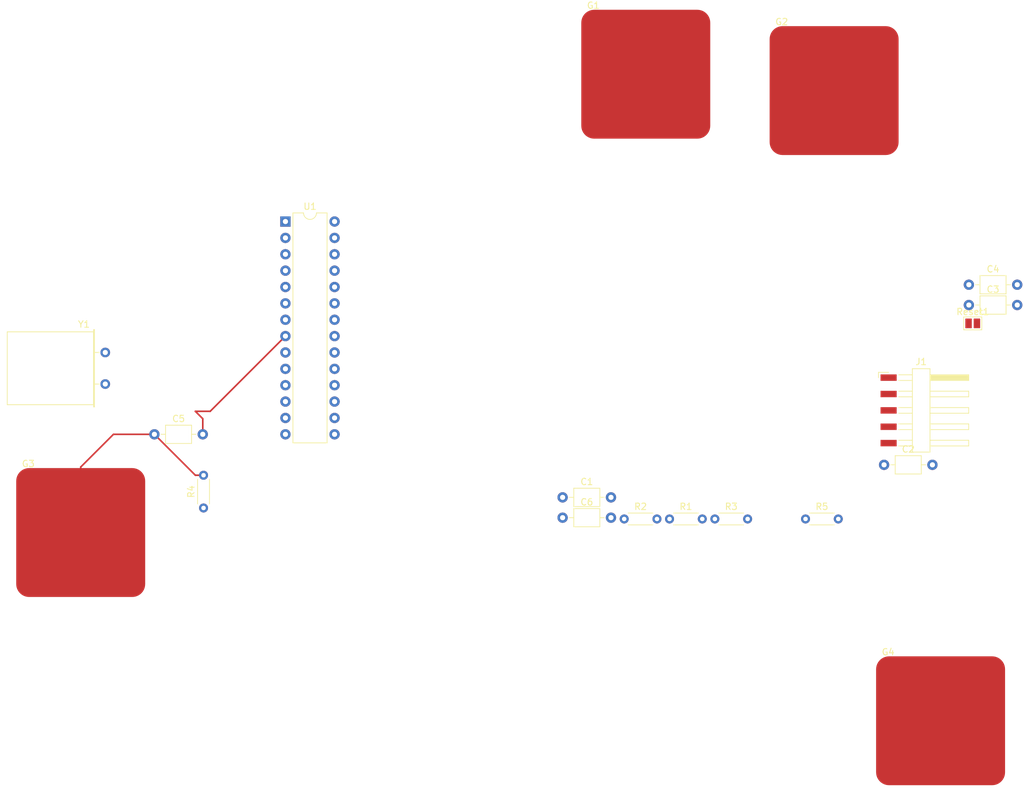
<source format=kicad_pcb>
(kicad_pcb (version 20171130) (host pcbnew 5.0.2-bee76a0~70~ubuntu18.04.1)

  (general
    (thickness 1.6)
    (drawings 0)
    (tracks 9)
    (zones 0)
    (modules 19)
    (nets 28)
  )

  (page A4)
  (layers
    (0 F.Cu signal)
    (31 B.Cu signal)
    (32 B.Adhes user)
    (33 F.Adhes user)
    (34 B.Paste user)
    (35 F.Paste user)
    (36 B.SilkS user)
    (37 F.SilkS user)
    (38 B.Mask user)
    (39 F.Mask user)
    (40 Dwgs.User user)
    (41 Cmts.User user)
    (42 Eco1.User user)
    (43 Eco2.User user)
    (44 Edge.Cuts user)
    (45 Margin user)
    (46 B.CrtYd user)
    (47 F.CrtYd user)
    (48 B.Fab user)
    (49 F.Fab user)
  )

  (setup
    (last_trace_width 0.25)
    (trace_clearance 0.2)
    (zone_clearance 0.508)
    (zone_45_only no)
    (trace_min 0.2)
    (segment_width 0.2)
    (edge_width 0.15)
    (via_size 0.8)
    (via_drill 0.4)
    (via_min_size 0.4)
    (via_min_drill 0.3)
    (uvia_size 0.3)
    (uvia_drill 0.1)
    (uvias_allowed no)
    (uvia_min_size 0.2)
    (uvia_min_drill 0.1)
    (pcb_text_width 0.3)
    (pcb_text_size 1.5 1.5)
    (mod_edge_width 0.15)
    (mod_text_size 1 1)
    (mod_text_width 0.15)
    (pad_size 1.524 1.524)
    (pad_drill 0.762)
    (pad_to_mask_clearance 0.051)
    (solder_mask_min_width 0.25)
    (aux_axis_origin 0 0)
    (visible_elements FFFFFF7F)
    (pcbplotparams
      (layerselection 0x010fc_ffffffff)
      (usegerberextensions false)
      (usegerberattributes false)
      (usegerberadvancedattributes false)
      (creategerberjobfile false)
      (excludeedgelayer true)
      (linewidth 0.100000)
      (plotframeref false)
      (viasonmask false)
      (mode 1)
      (useauxorigin false)
      (hpglpennumber 1)
      (hpglpenspeed 20)
      (hpglpendiameter 15.000000)
      (psnegative false)
      (psa4output false)
      (plotreference true)
      (plotvalue true)
      (plotinvisibletext false)
      (padsonsilk false)
      (subtractmaskfromsilk false)
      (outputformat 1)
      (mirror false)
      (drillshape 1)
      (scaleselection 1)
      (outputdirectory ""))
  )

  (net 0 "")
  (net 1 "Net-(C1-Pad1)")
  (net 2 GND)
  (net 3 "Net-(C2-Pad1)")
  (net 4 "Net-(C3-Pad1)")
  (net 5 "Net-(C4-Pad1)")
  (net 6 "Net-(C5-Pad1)")
  (net 7 "Net-(C6-Pad1)")
  (net 8 VCC)
  (net 9 "Net-(J1-Pad3)")
  (net 10 "Net-(J1-Pad4)")
  (net 11 "Net-(J1-Pad5)")
  (net 12 "Net-(R1-Pad1)")
  (net 13 "Net-(R2-Pad1)")
  (net 14 "Net-(R4-Pad1)")
  (net 15 "Net-(R5-Pad1)")
  (net 16 "Net-(U1-Pad17)")
  (net 17 "Net-(U1-Pad18)")
  (net 18 "Net-(U1-Pad19)")
  (net 19 "Net-(U1-Pad6)")
  (net 20 "Net-(U1-Pad20)")
  (net 21 "Net-(U1-Pad21)")
  (net 22 "Net-(U1-Pad23)")
  (net 23 "Net-(U1-Pad24)")
  (net 24 "Net-(U1-Pad25)")
  (net 25 "Net-(U1-Pad26)")
  (net 26 "Net-(U1-Pad27)")
  (net 27 "Net-(U1-Pad28)")

  (net_class Default "This is the default net class."
    (clearance 0.2)
    (trace_width 0.25)
    (via_dia 0.8)
    (via_drill 0.4)
    (uvia_dia 0.3)
    (uvia_drill 0.1)
    (add_net GND)
    (add_net "Net-(C1-Pad1)")
    (add_net "Net-(C2-Pad1)")
    (add_net "Net-(C3-Pad1)")
    (add_net "Net-(C4-Pad1)")
    (add_net "Net-(C5-Pad1)")
    (add_net "Net-(C6-Pad1)")
    (add_net "Net-(J1-Pad3)")
    (add_net "Net-(J1-Pad4)")
    (add_net "Net-(J1-Pad5)")
    (add_net "Net-(R1-Pad1)")
    (add_net "Net-(R2-Pad1)")
    (add_net "Net-(R4-Pad1)")
    (add_net "Net-(R5-Pad1)")
    (add_net "Net-(U1-Pad17)")
    (add_net "Net-(U1-Pad18)")
    (add_net "Net-(U1-Pad19)")
    (add_net "Net-(U1-Pad20)")
    (add_net "Net-(U1-Pad21)")
    (add_net "Net-(U1-Pad23)")
    (add_net "Net-(U1-Pad24)")
    (add_net "Net-(U1-Pad25)")
    (add_net "Net-(U1-Pad26)")
    (add_net "Net-(U1-Pad27)")
    (add_net "Net-(U1-Pad28)")
    (add_net "Net-(U1-Pad6)")
    (add_net VCC)
  )

  (module Capacitor_THT:C_Axial_L3.8mm_D2.6mm_P7.50mm_Horizontal (layer F.Cu) (tedit 5AE50EF0) (tstamp 5C224E96)
    (at 96.325001 121.545001)
    (descr "C, Axial series, Axial, Horizontal, pin pitch=7.5mm, , length*diameter=3.8*2.6mm^2, http://www.vishay.com/docs/45231/arseries.pdf")
    (tags "C Axial series Axial Horizontal pin pitch 7.5mm  length 3.8mm diameter 2.6mm")
    (path /5C0AA4A4)
    (fp_text reference C1 (at 3.75 -2.42) (layer F.SilkS)
      (effects (font (size 1 1) (thickness 0.15)))
    )
    (fp_text value 100pF (at 3.75 2.42) (layer F.Fab)
      (effects (font (size 1 1) (thickness 0.15)))
    )
    (fp_line (start 1.85 -1.3) (end 1.85 1.3) (layer F.Fab) (width 0.1))
    (fp_line (start 1.85 1.3) (end 5.65 1.3) (layer F.Fab) (width 0.1))
    (fp_line (start 5.65 1.3) (end 5.65 -1.3) (layer F.Fab) (width 0.1))
    (fp_line (start 5.65 -1.3) (end 1.85 -1.3) (layer F.Fab) (width 0.1))
    (fp_line (start 0 0) (end 1.85 0) (layer F.Fab) (width 0.1))
    (fp_line (start 7.5 0) (end 5.65 0) (layer F.Fab) (width 0.1))
    (fp_line (start 1.73 -1.42) (end 1.73 1.42) (layer F.SilkS) (width 0.12))
    (fp_line (start 1.73 1.42) (end 5.77 1.42) (layer F.SilkS) (width 0.12))
    (fp_line (start 5.77 1.42) (end 5.77 -1.42) (layer F.SilkS) (width 0.12))
    (fp_line (start 5.77 -1.42) (end 1.73 -1.42) (layer F.SilkS) (width 0.12))
    (fp_line (start 1.04 0) (end 1.73 0) (layer F.SilkS) (width 0.12))
    (fp_line (start 6.46 0) (end 5.77 0) (layer F.SilkS) (width 0.12))
    (fp_line (start -1.05 -1.55) (end -1.05 1.55) (layer F.CrtYd) (width 0.05))
    (fp_line (start -1.05 1.55) (end 8.55 1.55) (layer F.CrtYd) (width 0.05))
    (fp_line (start 8.55 1.55) (end 8.55 -1.55) (layer F.CrtYd) (width 0.05))
    (fp_line (start 8.55 -1.55) (end -1.05 -1.55) (layer F.CrtYd) (width 0.05))
    (fp_text user %R (at 3.75 0) (layer F.Fab)
      (effects (font (size 0.76 0.76) (thickness 0.114)))
    )
    (pad 1 thru_hole circle (at 0 0) (size 1.6 1.6) (drill 0.8) (layers *.Cu *.Mask)
      (net 1 "Net-(C1-Pad1)"))
    (pad 2 thru_hole oval (at 7.5 0) (size 1.6 1.6) (drill 0.8) (layers *.Cu *.Mask)
      (net 2 GND))
    (model ${KISYS3DMOD}/Capacitor_THT.3dshapes/C_Axial_L3.8mm_D2.6mm_P7.50mm_Horizontal.wrl
      (at (xyz 0 0 0))
      (scale (xyz 1 1 1))
      (rotate (xyz 0 0 0))
    )
  )

  (module Capacitor_THT:C_Axial_L3.8mm_D2.6mm_P7.50mm_Horizontal (layer F.Cu) (tedit 5AE50EF0) (tstamp 5C224EAD)
    (at 146.175001 116.495001)
    (descr "C, Axial series, Axial, Horizontal, pin pitch=7.5mm, , length*diameter=3.8*2.6mm^2, http://www.vishay.com/docs/45231/arseries.pdf")
    (tags "C Axial series Axial Horizontal pin pitch 7.5mm  length 3.8mm diameter 2.6mm")
    (path /5C0AB950)
    (fp_text reference C2 (at 3.75 -2.42) (layer F.SilkS)
      (effects (font (size 1 1) (thickness 0.15)))
    )
    (fp_text value 100pF (at 3.75 2.42) (layer F.Fab)
      (effects (font (size 1 1) (thickness 0.15)))
    )
    (fp_text user %R (at 3.75 0) (layer F.Fab)
      (effects (font (size 0.76 0.76) (thickness 0.114)))
    )
    (fp_line (start 8.55 -1.55) (end -1.05 -1.55) (layer F.CrtYd) (width 0.05))
    (fp_line (start 8.55 1.55) (end 8.55 -1.55) (layer F.CrtYd) (width 0.05))
    (fp_line (start -1.05 1.55) (end 8.55 1.55) (layer F.CrtYd) (width 0.05))
    (fp_line (start -1.05 -1.55) (end -1.05 1.55) (layer F.CrtYd) (width 0.05))
    (fp_line (start 6.46 0) (end 5.77 0) (layer F.SilkS) (width 0.12))
    (fp_line (start 1.04 0) (end 1.73 0) (layer F.SilkS) (width 0.12))
    (fp_line (start 5.77 -1.42) (end 1.73 -1.42) (layer F.SilkS) (width 0.12))
    (fp_line (start 5.77 1.42) (end 5.77 -1.42) (layer F.SilkS) (width 0.12))
    (fp_line (start 1.73 1.42) (end 5.77 1.42) (layer F.SilkS) (width 0.12))
    (fp_line (start 1.73 -1.42) (end 1.73 1.42) (layer F.SilkS) (width 0.12))
    (fp_line (start 7.5 0) (end 5.65 0) (layer F.Fab) (width 0.1))
    (fp_line (start 0 0) (end 1.85 0) (layer F.Fab) (width 0.1))
    (fp_line (start 5.65 -1.3) (end 1.85 -1.3) (layer F.Fab) (width 0.1))
    (fp_line (start 5.65 1.3) (end 5.65 -1.3) (layer F.Fab) (width 0.1))
    (fp_line (start 1.85 1.3) (end 5.65 1.3) (layer F.Fab) (width 0.1))
    (fp_line (start 1.85 -1.3) (end 1.85 1.3) (layer F.Fab) (width 0.1))
    (pad 2 thru_hole oval (at 7.5 0) (size 1.6 1.6) (drill 0.8) (layers *.Cu *.Mask)
      (net 2 GND))
    (pad 1 thru_hole circle (at 0 0) (size 1.6 1.6) (drill 0.8) (layers *.Cu *.Mask)
      (net 3 "Net-(C2-Pad1)"))
    (model ${KISYS3DMOD}/Capacitor_THT.3dshapes/C_Axial_L3.8mm_D2.6mm_P7.50mm_Horizontal.wrl
      (at (xyz 0 0 0))
      (scale (xyz 1 1 1))
      (rotate (xyz 0 0 0))
    )
  )

  (module Capacitor_THT:C_Axial_L3.8mm_D2.6mm_P7.50mm_Horizontal (layer F.Cu) (tedit 5AE50EF0) (tstamp 5C224EC4)
    (at 159.325001 91.695001)
    (descr "C, Axial series, Axial, Horizontal, pin pitch=7.5mm, , length*diameter=3.8*2.6mm^2, http://www.vishay.com/docs/45231/arseries.pdf")
    (tags "C Axial series Axial Horizontal pin pitch 7.5mm  length 3.8mm diameter 2.6mm")
    (path /5C0A9669)
    (fp_text reference C3 (at 3.75 -2.42) (layer F.SilkS)
      (effects (font (size 1 1) (thickness 0.15)))
    )
    (fp_text value 20pF (at 3.75 2.42) (layer F.Fab)
      (effects (font (size 1 1) (thickness 0.15)))
    )
    (fp_text user %R (at 3.75 0) (layer F.Fab)
      (effects (font (size 0.76 0.76) (thickness 0.114)))
    )
    (fp_line (start 8.55 -1.55) (end -1.05 -1.55) (layer F.CrtYd) (width 0.05))
    (fp_line (start 8.55 1.55) (end 8.55 -1.55) (layer F.CrtYd) (width 0.05))
    (fp_line (start -1.05 1.55) (end 8.55 1.55) (layer F.CrtYd) (width 0.05))
    (fp_line (start -1.05 -1.55) (end -1.05 1.55) (layer F.CrtYd) (width 0.05))
    (fp_line (start 6.46 0) (end 5.77 0) (layer F.SilkS) (width 0.12))
    (fp_line (start 1.04 0) (end 1.73 0) (layer F.SilkS) (width 0.12))
    (fp_line (start 5.77 -1.42) (end 1.73 -1.42) (layer F.SilkS) (width 0.12))
    (fp_line (start 5.77 1.42) (end 5.77 -1.42) (layer F.SilkS) (width 0.12))
    (fp_line (start 1.73 1.42) (end 5.77 1.42) (layer F.SilkS) (width 0.12))
    (fp_line (start 1.73 -1.42) (end 1.73 1.42) (layer F.SilkS) (width 0.12))
    (fp_line (start 7.5 0) (end 5.65 0) (layer F.Fab) (width 0.1))
    (fp_line (start 0 0) (end 1.85 0) (layer F.Fab) (width 0.1))
    (fp_line (start 5.65 -1.3) (end 1.85 -1.3) (layer F.Fab) (width 0.1))
    (fp_line (start 5.65 1.3) (end 5.65 -1.3) (layer F.Fab) (width 0.1))
    (fp_line (start 1.85 1.3) (end 5.65 1.3) (layer F.Fab) (width 0.1))
    (fp_line (start 1.85 -1.3) (end 1.85 1.3) (layer F.Fab) (width 0.1))
    (pad 2 thru_hole oval (at 7.5 0) (size 1.6 1.6) (drill 0.8) (layers *.Cu *.Mask)
      (net 2 GND))
    (pad 1 thru_hole circle (at 0 0) (size 1.6 1.6) (drill 0.8) (layers *.Cu *.Mask)
      (net 4 "Net-(C3-Pad1)"))
    (model ${KISYS3DMOD}/Capacitor_THT.3dshapes/C_Axial_L3.8mm_D2.6mm_P7.50mm_Horizontal.wrl
      (at (xyz 0 0 0))
      (scale (xyz 1 1 1))
      (rotate (xyz 0 0 0))
    )
  )

  (module Capacitor_THT:C_Axial_L3.8mm_D2.6mm_P7.50mm_Horizontal (layer F.Cu) (tedit 5AE50EF0) (tstamp 5C224EDB)
    (at 159.325001 88.545001)
    (descr "C, Axial series, Axial, Horizontal, pin pitch=7.5mm, , length*diameter=3.8*2.6mm^2, http://www.vishay.com/docs/45231/arseries.pdf")
    (tags "C Axial series Axial Horizontal pin pitch 7.5mm  length 3.8mm diameter 2.6mm")
    (path /5C0A96C5)
    (fp_text reference C4 (at 3.75 -2.42) (layer F.SilkS)
      (effects (font (size 1 1) (thickness 0.15)))
    )
    (fp_text value 20pF (at 3.75 2.42) (layer F.Fab)
      (effects (font (size 1 1) (thickness 0.15)))
    )
    (fp_line (start 1.85 -1.3) (end 1.85 1.3) (layer F.Fab) (width 0.1))
    (fp_line (start 1.85 1.3) (end 5.65 1.3) (layer F.Fab) (width 0.1))
    (fp_line (start 5.65 1.3) (end 5.65 -1.3) (layer F.Fab) (width 0.1))
    (fp_line (start 5.65 -1.3) (end 1.85 -1.3) (layer F.Fab) (width 0.1))
    (fp_line (start 0 0) (end 1.85 0) (layer F.Fab) (width 0.1))
    (fp_line (start 7.5 0) (end 5.65 0) (layer F.Fab) (width 0.1))
    (fp_line (start 1.73 -1.42) (end 1.73 1.42) (layer F.SilkS) (width 0.12))
    (fp_line (start 1.73 1.42) (end 5.77 1.42) (layer F.SilkS) (width 0.12))
    (fp_line (start 5.77 1.42) (end 5.77 -1.42) (layer F.SilkS) (width 0.12))
    (fp_line (start 5.77 -1.42) (end 1.73 -1.42) (layer F.SilkS) (width 0.12))
    (fp_line (start 1.04 0) (end 1.73 0) (layer F.SilkS) (width 0.12))
    (fp_line (start 6.46 0) (end 5.77 0) (layer F.SilkS) (width 0.12))
    (fp_line (start -1.05 -1.55) (end -1.05 1.55) (layer F.CrtYd) (width 0.05))
    (fp_line (start -1.05 1.55) (end 8.55 1.55) (layer F.CrtYd) (width 0.05))
    (fp_line (start 8.55 1.55) (end 8.55 -1.55) (layer F.CrtYd) (width 0.05))
    (fp_line (start 8.55 -1.55) (end -1.05 -1.55) (layer F.CrtYd) (width 0.05))
    (fp_text user %R (at 3.75 0) (layer F.Fab)
      (effects (font (size 0.76 0.76) (thickness 0.114)))
    )
    (pad 1 thru_hole circle (at 0 0) (size 1.6 1.6) (drill 0.8) (layers *.Cu *.Mask)
      (net 5 "Net-(C4-Pad1)"))
    (pad 2 thru_hole oval (at 7.5 0) (size 1.6 1.6) (drill 0.8) (layers *.Cu *.Mask)
      (net 2 GND))
    (model ${KISYS3DMOD}/Capacitor_THT.3dshapes/C_Axial_L3.8mm_D2.6mm_P7.50mm_Horizontal.wrl
      (at (xyz 0 0 0))
      (scale (xyz 1 1 1))
      (rotate (xyz 0 0 0))
    )
  )

  (module Capacitor_THT:C_Axial_L3.8mm_D2.6mm_P7.50mm_Horizontal (layer F.Cu) (tedit 5AE50EF0) (tstamp 5C224EF2)
    (at 33.02 111.76)
    (descr "C, Axial series, Axial, Horizontal, pin pitch=7.5mm, , length*diameter=3.8*2.6mm^2, http://www.vishay.com/docs/45231/arseries.pdf")
    (tags "C Axial series Axial Horizontal pin pitch 7.5mm  length 3.8mm diameter 2.6mm")
    (path /5C0B1680)
    (fp_text reference C5 (at 3.75 -2.42) (layer F.SilkS)
      (effects (font (size 1 1) (thickness 0.15)))
    )
    (fp_text value 100pF (at 3.75 2.42) (layer F.Fab)
      (effects (font (size 1 1) (thickness 0.15)))
    )
    (fp_text user %R (at 3.75 0) (layer F.Fab)
      (effects (font (size 0.76 0.76) (thickness 0.114)))
    )
    (fp_line (start 8.55 -1.55) (end -1.05 -1.55) (layer F.CrtYd) (width 0.05))
    (fp_line (start 8.55 1.55) (end 8.55 -1.55) (layer F.CrtYd) (width 0.05))
    (fp_line (start -1.05 1.55) (end 8.55 1.55) (layer F.CrtYd) (width 0.05))
    (fp_line (start -1.05 -1.55) (end -1.05 1.55) (layer F.CrtYd) (width 0.05))
    (fp_line (start 6.46 0) (end 5.77 0) (layer F.SilkS) (width 0.12))
    (fp_line (start 1.04 0) (end 1.73 0) (layer F.SilkS) (width 0.12))
    (fp_line (start 5.77 -1.42) (end 1.73 -1.42) (layer F.SilkS) (width 0.12))
    (fp_line (start 5.77 1.42) (end 5.77 -1.42) (layer F.SilkS) (width 0.12))
    (fp_line (start 1.73 1.42) (end 5.77 1.42) (layer F.SilkS) (width 0.12))
    (fp_line (start 1.73 -1.42) (end 1.73 1.42) (layer F.SilkS) (width 0.12))
    (fp_line (start 7.5 0) (end 5.65 0) (layer F.Fab) (width 0.1))
    (fp_line (start 0 0) (end 1.85 0) (layer F.Fab) (width 0.1))
    (fp_line (start 5.65 -1.3) (end 1.85 -1.3) (layer F.Fab) (width 0.1))
    (fp_line (start 5.65 1.3) (end 5.65 -1.3) (layer F.Fab) (width 0.1))
    (fp_line (start 1.85 1.3) (end 5.65 1.3) (layer F.Fab) (width 0.1))
    (fp_line (start 1.85 -1.3) (end 1.85 1.3) (layer F.Fab) (width 0.1))
    (pad 2 thru_hole oval (at 7.5 0) (size 1.6 1.6) (drill 0.8) (layers *.Cu *.Mask)
      (net 2 GND))
    (pad 1 thru_hole circle (at 0 0) (size 1.6 1.6) (drill 0.8) (layers *.Cu *.Mask)
      (net 6 "Net-(C5-Pad1)"))
    (model ${KISYS3DMOD}/Capacitor_THT.3dshapes/C_Axial_L3.8mm_D2.6mm_P7.50mm_Horizontal.wrl
      (at (xyz 0 0 0))
      (scale (xyz 1 1 1))
      (rotate (xyz 0 0 0))
    )
  )

  (module Capacitor_THT:C_Axial_L3.8mm_D2.6mm_P7.50mm_Horizontal (layer F.Cu) (tedit 5AE50EF0) (tstamp 5C224F09)
    (at 96.325001 124.695001)
    (descr "C, Axial series, Axial, Horizontal, pin pitch=7.5mm, , length*diameter=3.8*2.6mm^2, http://www.vishay.com/docs/45231/arseries.pdf")
    (tags "C Axial series Axial Horizontal pin pitch 7.5mm  length 3.8mm diameter 2.6mm")
    (path /5C0B0CCB)
    (fp_text reference C6 (at 3.75 -2.42) (layer F.SilkS)
      (effects (font (size 1 1) (thickness 0.15)))
    )
    (fp_text value 100pF (at 3.75 2.42) (layer F.Fab)
      (effects (font (size 1 1) (thickness 0.15)))
    )
    (fp_line (start 1.85 -1.3) (end 1.85 1.3) (layer F.Fab) (width 0.1))
    (fp_line (start 1.85 1.3) (end 5.65 1.3) (layer F.Fab) (width 0.1))
    (fp_line (start 5.65 1.3) (end 5.65 -1.3) (layer F.Fab) (width 0.1))
    (fp_line (start 5.65 -1.3) (end 1.85 -1.3) (layer F.Fab) (width 0.1))
    (fp_line (start 0 0) (end 1.85 0) (layer F.Fab) (width 0.1))
    (fp_line (start 7.5 0) (end 5.65 0) (layer F.Fab) (width 0.1))
    (fp_line (start 1.73 -1.42) (end 1.73 1.42) (layer F.SilkS) (width 0.12))
    (fp_line (start 1.73 1.42) (end 5.77 1.42) (layer F.SilkS) (width 0.12))
    (fp_line (start 5.77 1.42) (end 5.77 -1.42) (layer F.SilkS) (width 0.12))
    (fp_line (start 5.77 -1.42) (end 1.73 -1.42) (layer F.SilkS) (width 0.12))
    (fp_line (start 1.04 0) (end 1.73 0) (layer F.SilkS) (width 0.12))
    (fp_line (start 6.46 0) (end 5.77 0) (layer F.SilkS) (width 0.12))
    (fp_line (start -1.05 -1.55) (end -1.05 1.55) (layer F.CrtYd) (width 0.05))
    (fp_line (start -1.05 1.55) (end 8.55 1.55) (layer F.CrtYd) (width 0.05))
    (fp_line (start 8.55 1.55) (end 8.55 -1.55) (layer F.CrtYd) (width 0.05))
    (fp_line (start 8.55 -1.55) (end -1.05 -1.55) (layer F.CrtYd) (width 0.05))
    (fp_text user %R (at 3.75 0) (layer F.Fab)
      (effects (font (size 0.76 0.76) (thickness 0.114)))
    )
    (pad 1 thru_hole circle (at 0 0) (size 1.6 1.6) (drill 0.8) (layers *.Cu *.Mask)
      (net 7 "Net-(C6-Pad1)"))
    (pad 2 thru_hole oval (at 7.5 0) (size 1.6 1.6) (drill 0.8) (layers *.Cu *.Mask)
      (net 2 GND))
    (model ${KISYS3DMOD}/Capacitor_THT.3dshapes/C_Axial_L3.8mm_D2.6mm_P7.50mm_Horizontal.wrl
      (at (xyz 0 0 0))
      (scale (xyz 1 1 1))
      (rotate (xyz 0 0 0))
    )
  )

  (module pads-cap-lib:pads-cap (layer F.Cu) (tedit 5C0AA050) (tstamp 5C224F0E)
    (at 109.22 55.88)
    (path /5C0AAB0E)
    (fp_text reference G1 (at -8.128 -10.668) (layer F.SilkS)
      (effects (font (size 1 1) (thickness 0.15)))
    )
    (fp_text value Upp (at 6.604 10.668) (layer F.Fab)
      (effects (font (size 1 1) (thickness 0.15)))
    )
    (pad 1 smd roundrect (at 0 0) (size 20 20) (layers F.Cu F.Paste F.Mask) (roundrect_rratio 0.1)
      (net 1 "Net-(C1-Pad1)"))
  )

  (module pads-cap-lib:pads-cap (layer F.Cu) (tedit 5C0AA050) (tstamp 5C224F13)
    (at 138.43 58.42)
    (path /5C0AB95F)
    (fp_text reference G2 (at -8.128 -10.668) (layer F.SilkS)
      (effects (font (size 1 1) (thickness 0.15)))
    )
    (fp_text value Down (at 6.604 10.668) (layer F.Fab)
      (effects (font (size 1 1) (thickness 0.15)))
    )
    (pad 1 smd roundrect (at 0 0) (size 20 20) (layers F.Cu F.Paste F.Mask) (roundrect_rratio 0.1)
      (net 3 "Net-(C2-Pad1)"))
  )

  (module pads-cap-lib:pads-cap (layer F.Cu) (tedit 5C0AA050) (tstamp 5C224F18)
    (at 21.59 127)
    (path /5C0B168F)
    (fp_text reference G3 (at -8.128 -10.668) (layer F.SilkS)
      (effects (font (size 1 1) (thickness 0.15)))
    )
    (fp_text value Back (at 6.604 10.668) (layer F.Fab)
      (effects (font (size 1 1) (thickness 0.15)))
    )
    (pad 1 smd roundrect (at 0 0) (size 20 20) (layers F.Cu F.Paste F.Mask) (roundrect_rratio 0.1)
      (net 6 "Net-(C5-Pad1)"))
  )

  (module pads-cap-lib:pads-cap (layer F.Cu) (tedit 5C0AA050) (tstamp 5C224F1D)
    (at 154.94 156.21)
    (path /5C0B0CDA)
    (fp_text reference G4 (at -8.128 -10.668) (layer F.SilkS)
      (effects (font (size 1 1) (thickness 0.15)))
    )
    (fp_text value Select (at 6.604 10.668) (layer F.Fab)
      (effects (font (size 1 1) (thickness 0.15)))
    )
    (pad 1 smd roundrect (at 0 0) (size 20 20) (layers F.Cu F.Paste F.Mask) (roundrect_rratio 0.1)
      (net 7 "Net-(C6-Pad1)"))
  )

  (module Connector_Harwin:Harwin_M20-89005xx_1x05_P2.54mm_Horizontal (layer F.Cu) (tedit 5B154A07) (tstamp 5C224F6E)
    (at 152.405001 108.045001)
    (descr "Harwin Male Horizontal Surface Mount Single Row 2.54mm (0.1 inch) Pitch PCB Connector, M20-89005xx, 5 Pins per row (https://cdn.harwin.com/pdfs/M20-890.pdf), generated with kicad-footprint-generator")
    (tags "connector Harwin M20-890 horizontal")
    (path /5C0CA658)
    (attr smd)
    (fp_text reference J1 (at -0.48 -7.55) (layer F.SilkS)
      (effects (font (size 1 1) (thickness 0.15)))
    )
    (fp_text value Conn_01x05_Male (at -0.48 7.55) (layer F.Fab)
      (effects (font (size 1 1) (thickness 0.15)))
    )
    (fp_line (start -1.725 -5.4) (end -6.425 -5.4) (layer F.Fab) (width 0.1))
    (fp_line (start -6.425 -5.4) (end -6.425 -4.76) (layer F.Fab) (width 0.1))
    (fp_line (start -6.425 -4.76) (end -1.725 -4.76) (layer F.Fab) (width 0.1))
    (fp_line (start 0.775 -5.4) (end 6.775 -5.4) (layer F.Fab) (width 0.1))
    (fp_line (start 6.775 -5.4) (end 6.775 -4.76) (layer F.Fab) (width 0.1))
    (fp_line (start 6.775 -4.76) (end 0.775 -4.76) (layer F.Fab) (width 0.1))
    (fp_line (start -1.725 -2.86) (end -6.425 -2.86) (layer F.Fab) (width 0.1))
    (fp_line (start -6.425 -2.86) (end -6.425 -2.22) (layer F.Fab) (width 0.1))
    (fp_line (start -6.425 -2.22) (end -1.725 -2.22) (layer F.Fab) (width 0.1))
    (fp_line (start 0.775 -2.86) (end 6.775 -2.86) (layer F.Fab) (width 0.1))
    (fp_line (start 6.775 -2.86) (end 6.775 -2.22) (layer F.Fab) (width 0.1))
    (fp_line (start 6.775 -2.22) (end 0.775 -2.22) (layer F.Fab) (width 0.1))
    (fp_line (start -1.725 -0.32) (end -6.425 -0.32) (layer F.Fab) (width 0.1))
    (fp_line (start -6.425 -0.32) (end -6.425 0.32) (layer F.Fab) (width 0.1))
    (fp_line (start -6.425 0.32) (end -1.725 0.32) (layer F.Fab) (width 0.1))
    (fp_line (start 0.775 -0.32) (end 6.775 -0.32) (layer F.Fab) (width 0.1))
    (fp_line (start 6.775 -0.32) (end 6.775 0.32) (layer F.Fab) (width 0.1))
    (fp_line (start 6.775 0.32) (end 0.775 0.32) (layer F.Fab) (width 0.1))
    (fp_line (start -1.725 2.22) (end -6.425 2.22) (layer F.Fab) (width 0.1))
    (fp_line (start -6.425 2.22) (end -6.425 2.86) (layer F.Fab) (width 0.1))
    (fp_line (start -6.425 2.86) (end -1.725 2.86) (layer F.Fab) (width 0.1))
    (fp_line (start 0.775 2.22) (end 6.775 2.22) (layer F.Fab) (width 0.1))
    (fp_line (start 6.775 2.22) (end 6.775 2.86) (layer F.Fab) (width 0.1))
    (fp_line (start 6.775 2.86) (end 0.775 2.86) (layer F.Fab) (width 0.1))
    (fp_line (start -1.725 4.76) (end -6.425 4.76) (layer F.Fab) (width 0.1))
    (fp_line (start -6.425 4.76) (end -6.425 5.4) (layer F.Fab) (width 0.1))
    (fp_line (start -6.425 5.4) (end -1.725 5.4) (layer F.Fab) (width 0.1))
    (fp_line (start 0.775 4.76) (end 6.775 4.76) (layer F.Fab) (width 0.1))
    (fp_line (start 6.775 4.76) (end 6.775 5.4) (layer F.Fab) (width 0.1))
    (fp_line (start 6.775 5.4) (end 0.775 5.4) (layer F.Fab) (width 0.1))
    (fp_line (start -1.725 -5.95) (end -1.325 -6.35) (layer F.Fab) (width 0.1))
    (fp_line (start -1.325 -6.35) (end 0.775 -6.35) (layer F.Fab) (width 0.1))
    (fp_line (start 0.775 -6.35) (end 0.775 6.35) (layer F.Fab) (width 0.1))
    (fp_line (start 0.775 6.35) (end -1.725 6.35) (layer F.Fab) (width 0.1))
    (fp_line (start -1.725 6.35) (end -1.725 -5.95) (layer F.Fab) (width 0.1))
    (fp_line (start -1.845 -6.47) (end 0.895 -6.47) (layer F.SilkS) (width 0.12))
    (fp_line (start 0.895 -6.47) (end 0.895 6.47) (layer F.SilkS) (width 0.12))
    (fp_line (start 0.895 6.47) (end -1.845 6.47) (layer F.SilkS) (width 0.12))
    (fp_line (start -1.845 6.47) (end -1.845 -6.47) (layer F.SilkS) (width 0.12))
    (fp_line (start -3.955 -5.52) (end -1.845 -5.52) (layer F.SilkS) (width 0.12))
    (fp_line (start -3.955 -4.64) (end -1.845 -4.64) (layer F.SilkS) (width 0.12))
    (fp_line (start 0.895 -5.52) (end 6.895 -5.52) (layer F.SilkS) (width 0.12))
    (fp_line (start 6.895 -5.52) (end 6.895 -4.64) (layer F.SilkS) (width 0.12))
    (fp_line (start 6.895 -4.64) (end 0.895 -4.64) (layer F.SilkS) (width 0.12))
    (fp_line (start -3.955 -2.98) (end -1.845 -2.98) (layer F.SilkS) (width 0.12))
    (fp_line (start -3.955 -2.1) (end -1.845 -2.1) (layer F.SilkS) (width 0.12))
    (fp_line (start 0.895 -2.98) (end 6.895 -2.98) (layer F.SilkS) (width 0.12))
    (fp_line (start 6.895 -2.98) (end 6.895 -2.1) (layer F.SilkS) (width 0.12))
    (fp_line (start 6.895 -2.1) (end 0.895 -2.1) (layer F.SilkS) (width 0.12))
    (fp_line (start -3.955 -0.44) (end -1.845 -0.44) (layer F.SilkS) (width 0.12))
    (fp_line (start -3.955 0.44) (end -1.845 0.44) (layer F.SilkS) (width 0.12))
    (fp_line (start 0.895 -0.44) (end 6.895 -0.44) (layer F.SilkS) (width 0.12))
    (fp_line (start 6.895 -0.44) (end 6.895 0.44) (layer F.SilkS) (width 0.12))
    (fp_line (start 6.895 0.44) (end 0.895 0.44) (layer F.SilkS) (width 0.12))
    (fp_line (start -3.955 2.1) (end -1.845 2.1) (layer F.SilkS) (width 0.12))
    (fp_line (start -3.955 2.98) (end -1.845 2.98) (layer F.SilkS) (width 0.12))
    (fp_line (start 0.895 2.1) (end 6.895 2.1) (layer F.SilkS) (width 0.12))
    (fp_line (start 6.895 2.1) (end 6.895 2.98) (layer F.SilkS) (width 0.12))
    (fp_line (start 6.895 2.98) (end 0.895 2.98) (layer F.SilkS) (width 0.12))
    (fp_line (start -3.955 4.64) (end -1.845 4.64) (layer F.SilkS) (width 0.12))
    (fp_line (start -3.955 5.52) (end -1.845 5.52) (layer F.SilkS) (width 0.12))
    (fp_line (start 0.895 4.64) (end 6.895 4.64) (layer F.SilkS) (width 0.12))
    (fp_line (start 6.895 4.64) (end 6.895 5.52) (layer F.SilkS) (width 0.12))
    (fp_line (start 6.895 5.52) (end 0.895 5.52) (layer F.SilkS) (width 0.12))
    (fp_line (start -7.095 -5.08) (end -7.095 -5.9) (layer F.SilkS) (width 0.12))
    (fp_line (start -7.095 -5.9) (end -5.525 -5.9) (layer F.SilkS) (width 0.12))
    (fp_line (start -7.28 -6.85) (end 7.28 -6.85) (layer F.CrtYd) (width 0.05))
    (fp_line (start 7.28 -6.85) (end 7.28 6.85) (layer F.CrtYd) (width 0.05))
    (fp_line (start 7.28 6.85) (end -7.28 6.85) (layer F.CrtYd) (width 0.05))
    (fp_line (start -7.28 6.85) (end -7.28 -6.85) (layer F.CrtYd) (width 0.05))
    (fp_text user %R (at -0.48 0 90) (layer F.Fab)
      (effects (font (size 1 1) (thickness 0.15)))
    )
    (pad 1 smd rect (at -5.525 -5.08) (size 2.5 1) (layers F.Cu F.Paste F.Mask)
      (net 8 VCC))
    (pad 2 smd rect (at -5.525 -2.54) (size 2.5 1) (layers F.Cu F.Paste F.Mask)
      (net 2 GND))
    (pad 3 smd rect (at -5.525 0) (size 2.5 1) (layers F.Cu F.Paste F.Mask)
      (net 9 "Net-(J1-Pad3)"))
    (pad 4 smd rect (at -5.525 2.54) (size 2.5 1) (layers F.Cu F.Paste F.Mask)
      (net 10 "Net-(J1-Pad4)"))
    (pad 5 smd rect (at -5.525 5.08) (size 2.5 1) (layers F.Cu F.Paste F.Mask)
      (net 11 "Net-(J1-Pad5)"))
    (pad "" smd rect (at 3.895 -5.08) (size 6 0.76) (layers F.SilkS))
    (model ${KISYS3DMOD}/Connector_Harwin.3dshapes/Harwin_M20-89005xx_1x05_P2.54mm_Horizontal.wrl
      (at (xyz 0 0 0))
      (scale (xyz 1 1 1))
      (rotate (xyz 0 0 0))
    )
  )

  (module Resistor_THT:R_Axial_DIN0204_L3.6mm_D1.6mm_P5.08mm_Horizontal (layer F.Cu) (tedit 5AE5139B) (tstamp 5C224F81)
    (at 112.905001 124.895001)
    (descr "Resistor, Axial_DIN0204 series, Axial, Horizontal, pin pitch=5.08mm, 0.167W, length*diameter=3.6*1.6mm^2, http://cdn-reichelt.de/documents/datenblatt/B400/1_4W%23YAG.pdf")
    (tags "Resistor Axial_DIN0204 series Axial Horizontal pin pitch 5.08mm 0.167W length 3.6mm diameter 1.6mm")
    (path /5C0AA414)
    (fp_text reference R1 (at 2.54 -1.92) (layer F.SilkS)
      (effects (font (size 1 1) (thickness 0.15)))
    )
    (fp_text value 1M (at 2.54 1.92) (layer F.Fab)
      (effects (font (size 1 1) (thickness 0.15)))
    )
    (fp_text user %R (at 2.54 0) (layer F.Fab)
      (effects (font (size 0.72 0.72) (thickness 0.108)))
    )
    (fp_line (start 6.03 -1.05) (end -0.95 -1.05) (layer F.CrtYd) (width 0.05))
    (fp_line (start 6.03 1.05) (end 6.03 -1.05) (layer F.CrtYd) (width 0.05))
    (fp_line (start -0.95 1.05) (end 6.03 1.05) (layer F.CrtYd) (width 0.05))
    (fp_line (start -0.95 -1.05) (end -0.95 1.05) (layer F.CrtYd) (width 0.05))
    (fp_line (start 0.62 0.92) (end 4.46 0.92) (layer F.SilkS) (width 0.12))
    (fp_line (start 0.62 -0.92) (end 4.46 -0.92) (layer F.SilkS) (width 0.12))
    (fp_line (start 5.08 0) (end 4.34 0) (layer F.Fab) (width 0.1))
    (fp_line (start 0 0) (end 0.74 0) (layer F.Fab) (width 0.1))
    (fp_line (start 4.34 -0.8) (end 0.74 -0.8) (layer F.Fab) (width 0.1))
    (fp_line (start 4.34 0.8) (end 4.34 -0.8) (layer F.Fab) (width 0.1))
    (fp_line (start 0.74 0.8) (end 4.34 0.8) (layer F.Fab) (width 0.1))
    (fp_line (start 0.74 -0.8) (end 0.74 0.8) (layer F.Fab) (width 0.1))
    (pad 2 thru_hole oval (at 5.08 0) (size 1.4 1.4) (drill 0.7) (layers *.Cu *.Mask)
      (net 1 "Net-(C1-Pad1)"))
    (pad 1 thru_hole circle (at 0 0) (size 1.4 1.4) (drill 0.7) (layers *.Cu *.Mask)
      (net 12 "Net-(R1-Pad1)"))
    (model ${KISYS3DMOD}/Resistor_THT.3dshapes/R_Axial_DIN0204_L3.6mm_D1.6mm_P5.08mm_Horizontal.wrl
      (at (xyz 0 0 0))
      (scale (xyz 1 1 1))
      (rotate (xyz 0 0 0))
    )
  )

  (module Resistor_THT:R_Axial_DIN0204_L3.6mm_D1.6mm_P5.08mm_Horizontal (layer F.Cu) (tedit 5AE5139B) (tstamp 5C224F94)
    (at 105.875001 124.895001)
    (descr "Resistor, Axial_DIN0204 series, Axial, Horizontal, pin pitch=5.08mm, 0.167W, length*diameter=3.6*1.6mm^2, http://cdn-reichelt.de/documents/datenblatt/B400/1_4W%23YAG.pdf")
    (tags "Resistor Axial_DIN0204 series Axial Horizontal pin pitch 5.08mm 0.167W length 3.6mm diameter 1.6mm")
    (path /5C0AB949)
    (fp_text reference R2 (at 2.54 -1.92) (layer F.SilkS)
      (effects (font (size 1 1) (thickness 0.15)))
    )
    (fp_text value 1M (at 2.54 1.92) (layer F.Fab)
      (effects (font (size 1 1) (thickness 0.15)))
    )
    (fp_text user %R (at 2.54 0) (layer F.Fab)
      (effects (font (size 0.72 0.72) (thickness 0.108)))
    )
    (fp_line (start 6.03 -1.05) (end -0.95 -1.05) (layer F.CrtYd) (width 0.05))
    (fp_line (start 6.03 1.05) (end 6.03 -1.05) (layer F.CrtYd) (width 0.05))
    (fp_line (start -0.95 1.05) (end 6.03 1.05) (layer F.CrtYd) (width 0.05))
    (fp_line (start -0.95 -1.05) (end -0.95 1.05) (layer F.CrtYd) (width 0.05))
    (fp_line (start 0.62 0.92) (end 4.46 0.92) (layer F.SilkS) (width 0.12))
    (fp_line (start 0.62 -0.92) (end 4.46 -0.92) (layer F.SilkS) (width 0.12))
    (fp_line (start 5.08 0) (end 4.34 0) (layer F.Fab) (width 0.1))
    (fp_line (start 0 0) (end 0.74 0) (layer F.Fab) (width 0.1))
    (fp_line (start 4.34 -0.8) (end 0.74 -0.8) (layer F.Fab) (width 0.1))
    (fp_line (start 4.34 0.8) (end 4.34 -0.8) (layer F.Fab) (width 0.1))
    (fp_line (start 0.74 0.8) (end 4.34 0.8) (layer F.Fab) (width 0.1))
    (fp_line (start 0.74 -0.8) (end 0.74 0.8) (layer F.Fab) (width 0.1))
    (pad 2 thru_hole oval (at 5.08 0) (size 1.4 1.4) (drill 0.7) (layers *.Cu *.Mask)
      (net 3 "Net-(C2-Pad1)"))
    (pad 1 thru_hole circle (at 0 0) (size 1.4 1.4) (drill 0.7) (layers *.Cu *.Mask)
      (net 13 "Net-(R2-Pad1)"))
    (model ${KISYS3DMOD}/Resistor_THT.3dshapes/R_Axial_DIN0204_L3.6mm_D1.6mm_P5.08mm_Horizontal.wrl
      (at (xyz 0 0 0))
      (scale (xyz 1 1 1))
      (rotate (xyz 0 0 0))
    )
  )

  (module Resistor_THT:R_Axial_DIN0204_L3.6mm_D1.6mm_P5.08mm_Horizontal (layer F.Cu) (tedit 5AE5139B) (tstamp 5C224FA7)
    (at 119.935001 124.895001)
    (descr "Resistor, Axial_DIN0204 series, Axial, Horizontal, pin pitch=5.08mm, 0.167W, length*diameter=3.6*1.6mm^2, http://cdn-reichelt.de/documents/datenblatt/B400/1_4W%23YAG.pdf")
    (tags "Resistor Axial_DIN0204 series Axial Horizontal pin pitch 5.08mm 0.167W length 3.6mm diameter 1.6mm")
    (path /5C0A9BD6)
    (fp_text reference R3 (at 2.54 -1.92) (layer F.SilkS)
      (effects (font (size 1 1) (thickness 0.15)))
    )
    (fp_text value 10k (at 2.54 1.92) (layer F.Fab)
      (effects (font (size 1 1) (thickness 0.15)))
    )
    (fp_line (start 0.74 -0.8) (end 0.74 0.8) (layer F.Fab) (width 0.1))
    (fp_line (start 0.74 0.8) (end 4.34 0.8) (layer F.Fab) (width 0.1))
    (fp_line (start 4.34 0.8) (end 4.34 -0.8) (layer F.Fab) (width 0.1))
    (fp_line (start 4.34 -0.8) (end 0.74 -0.8) (layer F.Fab) (width 0.1))
    (fp_line (start 0 0) (end 0.74 0) (layer F.Fab) (width 0.1))
    (fp_line (start 5.08 0) (end 4.34 0) (layer F.Fab) (width 0.1))
    (fp_line (start 0.62 -0.92) (end 4.46 -0.92) (layer F.SilkS) (width 0.12))
    (fp_line (start 0.62 0.92) (end 4.46 0.92) (layer F.SilkS) (width 0.12))
    (fp_line (start -0.95 -1.05) (end -0.95 1.05) (layer F.CrtYd) (width 0.05))
    (fp_line (start -0.95 1.05) (end 6.03 1.05) (layer F.CrtYd) (width 0.05))
    (fp_line (start 6.03 1.05) (end 6.03 -1.05) (layer F.CrtYd) (width 0.05))
    (fp_line (start 6.03 -1.05) (end -0.95 -1.05) (layer F.CrtYd) (width 0.05))
    (fp_text user %R (at 2.54 0) (layer F.Fab)
      (effects (font (size 0.72 0.72) (thickness 0.108)))
    )
    (pad 1 thru_hole circle (at 0 0) (size 1.4 1.4) (drill 0.7) (layers *.Cu *.Mask)
      (net 8 VCC))
    (pad 2 thru_hole oval (at 5.08 0) (size 1.4 1.4) (drill 0.7) (layers *.Cu *.Mask)
      (net 11 "Net-(J1-Pad5)"))
    (model ${KISYS3DMOD}/Resistor_THT.3dshapes/R_Axial_DIN0204_L3.6mm_D1.6mm_P5.08mm_Horizontal.wrl
      (at (xyz 0 0 0))
      (scale (xyz 1 1 1))
      (rotate (xyz 0 0 0))
    )
  )

  (module Resistor_THT:R_Axial_DIN0204_L3.6mm_D1.6mm_P5.08mm_Horizontal (layer F.Cu) (tedit 5AE5139B) (tstamp 5C224FBA)
    (at 40.64 123.19 90)
    (descr "Resistor, Axial_DIN0204 series, Axial, Horizontal, pin pitch=5.08mm, 0.167W, length*diameter=3.6*1.6mm^2, http://cdn-reichelt.de/documents/datenblatt/B400/1_4W%23YAG.pdf")
    (tags "Resistor Axial_DIN0204 series Axial Horizontal pin pitch 5.08mm 0.167W length 3.6mm diameter 1.6mm")
    (path /5C0B1679)
    (fp_text reference R4 (at 2.54 -1.92 90) (layer F.SilkS)
      (effects (font (size 1 1) (thickness 0.15)))
    )
    (fp_text value 1M (at 2.54 1.92 90) (layer F.Fab)
      (effects (font (size 1 1) (thickness 0.15)))
    )
    (fp_line (start 0.74 -0.8) (end 0.74 0.8) (layer F.Fab) (width 0.1))
    (fp_line (start 0.74 0.8) (end 4.34 0.8) (layer F.Fab) (width 0.1))
    (fp_line (start 4.34 0.8) (end 4.34 -0.8) (layer F.Fab) (width 0.1))
    (fp_line (start 4.34 -0.8) (end 0.74 -0.8) (layer F.Fab) (width 0.1))
    (fp_line (start 0 0) (end 0.74 0) (layer F.Fab) (width 0.1))
    (fp_line (start 5.08 0) (end 4.34 0) (layer F.Fab) (width 0.1))
    (fp_line (start 0.62 -0.92) (end 4.46 -0.92) (layer F.SilkS) (width 0.12))
    (fp_line (start 0.62 0.92) (end 4.46 0.92) (layer F.SilkS) (width 0.12))
    (fp_line (start -0.95 -1.05) (end -0.95 1.05) (layer F.CrtYd) (width 0.05))
    (fp_line (start -0.95 1.05) (end 6.03 1.05) (layer F.CrtYd) (width 0.05))
    (fp_line (start 6.03 1.05) (end 6.03 -1.05) (layer F.CrtYd) (width 0.05))
    (fp_line (start 6.03 -1.05) (end -0.95 -1.05) (layer F.CrtYd) (width 0.05))
    (fp_text user %R (at 2.54 0 90) (layer F.Fab)
      (effects (font (size 0.72 0.72) (thickness 0.108)))
    )
    (pad 1 thru_hole circle (at 0 0 90) (size 1.4 1.4) (drill 0.7) (layers *.Cu *.Mask)
      (net 14 "Net-(R4-Pad1)"))
    (pad 2 thru_hole oval (at 5.08 0 90) (size 1.4 1.4) (drill 0.7) (layers *.Cu *.Mask)
      (net 6 "Net-(C5-Pad1)"))
    (model ${KISYS3DMOD}/Resistor_THT.3dshapes/R_Axial_DIN0204_L3.6mm_D1.6mm_P5.08mm_Horizontal.wrl
      (at (xyz 0 0 0))
      (scale (xyz 1 1 1))
      (rotate (xyz 0 0 0))
    )
  )

  (module Resistor_THT:R_Axial_DIN0204_L3.6mm_D1.6mm_P5.08mm_Horizontal (layer F.Cu) (tedit 5AE5139B) (tstamp 5C224FCD)
    (at 133.995001 124.895001)
    (descr "Resistor, Axial_DIN0204 series, Axial, Horizontal, pin pitch=5.08mm, 0.167W, length*diameter=3.6*1.6mm^2, http://cdn-reichelt.de/documents/datenblatt/B400/1_4W%23YAG.pdf")
    (tags "Resistor Axial_DIN0204 series Axial Horizontal pin pitch 5.08mm 0.167W length 3.6mm diameter 1.6mm")
    (path /5C0B0CC4)
    (fp_text reference R5 (at 2.54 -1.92) (layer F.SilkS)
      (effects (font (size 1 1) (thickness 0.15)))
    )
    (fp_text value 1M (at 2.54 1.92) (layer F.Fab)
      (effects (font (size 1 1) (thickness 0.15)))
    )
    (fp_line (start 0.74 -0.8) (end 0.74 0.8) (layer F.Fab) (width 0.1))
    (fp_line (start 0.74 0.8) (end 4.34 0.8) (layer F.Fab) (width 0.1))
    (fp_line (start 4.34 0.8) (end 4.34 -0.8) (layer F.Fab) (width 0.1))
    (fp_line (start 4.34 -0.8) (end 0.74 -0.8) (layer F.Fab) (width 0.1))
    (fp_line (start 0 0) (end 0.74 0) (layer F.Fab) (width 0.1))
    (fp_line (start 5.08 0) (end 4.34 0) (layer F.Fab) (width 0.1))
    (fp_line (start 0.62 -0.92) (end 4.46 -0.92) (layer F.SilkS) (width 0.12))
    (fp_line (start 0.62 0.92) (end 4.46 0.92) (layer F.SilkS) (width 0.12))
    (fp_line (start -0.95 -1.05) (end -0.95 1.05) (layer F.CrtYd) (width 0.05))
    (fp_line (start -0.95 1.05) (end 6.03 1.05) (layer F.CrtYd) (width 0.05))
    (fp_line (start 6.03 1.05) (end 6.03 -1.05) (layer F.CrtYd) (width 0.05))
    (fp_line (start 6.03 -1.05) (end -0.95 -1.05) (layer F.CrtYd) (width 0.05))
    (fp_text user %R (at 2.54 0) (layer F.Fab)
      (effects (font (size 0.72 0.72) (thickness 0.108)))
    )
    (pad 1 thru_hole circle (at 0 0) (size 1.4 1.4) (drill 0.7) (layers *.Cu *.Mask)
      (net 15 "Net-(R5-Pad1)"))
    (pad 2 thru_hole oval (at 5.08 0) (size 1.4 1.4) (drill 0.7) (layers *.Cu *.Mask)
      (net 7 "Net-(C6-Pad1)"))
    (model ${KISYS3DMOD}/Resistor_THT.3dshapes/R_Axial_DIN0204_L3.6mm_D1.6mm_P5.08mm_Horizontal.wrl
      (at (xyz 0 0 0))
      (scale (xyz 1 1 1))
      (rotate (xyz 0 0 0))
    )
  )

  (module Jumper:SolderJumper-2_P1.3mm_Open_Pad1.0x1.5mm (layer F.Cu) (tedit 5A3EABFC) (tstamp 5C224FDB)
    (at 159.925001 94.545001)
    (descr "SMD Solder Jumper, 1x1.5mm Pads, 0.3mm gap, open")
    (tags "solder jumper open")
    (path /5BF82EBF)
    (attr virtual)
    (fp_text reference Reset1 (at 0 -1.8) (layer F.SilkS)
      (effects (font (size 1 1) (thickness 0.15)))
    )
    (fp_text value Jumper (at 0 1.9) (layer F.Fab)
      (effects (font (size 1 1) (thickness 0.15)))
    )
    (fp_line (start -1.4 1) (end -1.4 -1) (layer F.SilkS) (width 0.12))
    (fp_line (start 1.4 1) (end -1.4 1) (layer F.SilkS) (width 0.12))
    (fp_line (start 1.4 -1) (end 1.4 1) (layer F.SilkS) (width 0.12))
    (fp_line (start -1.4 -1) (end 1.4 -1) (layer F.SilkS) (width 0.12))
    (fp_line (start -1.65 -1.25) (end 1.65 -1.25) (layer F.CrtYd) (width 0.05))
    (fp_line (start -1.65 -1.25) (end -1.65 1.25) (layer F.CrtYd) (width 0.05))
    (fp_line (start 1.65 1.25) (end 1.65 -1.25) (layer F.CrtYd) (width 0.05))
    (fp_line (start 1.65 1.25) (end -1.65 1.25) (layer F.CrtYd) (width 0.05))
    (pad 2 smd rect (at 0.65 0) (size 1 1.5) (layers F.Cu F.Mask)
      (net 2 GND))
    (pad 1 smd rect (at -0.65 0) (size 1 1.5) (layers F.Cu F.Mask)
      (net 11 "Net-(J1-Pad5)"))
  )

  (module Package_DIP:DIP-28_W7.62mm (layer F.Cu) (tedit 5A02E8C5) (tstamp 5C22500B)
    (at 53.34 78.74)
    (descr "28-lead though-hole mounted DIP package, row spacing 7.62 mm (300 mils)")
    (tags "THT DIP DIL PDIP 2.54mm 7.62mm 300mil")
    (path /5C0D6589)
    (fp_text reference U1 (at 3.81 -2.33) (layer F.SilkS)
      (effects (font (size 1 1) (thickness 0.15)))
    )
    (fp_text value ATmega328P-PU (at 3.81 35.35) (layer F.Fab)
      (effects (font (size 1 1) (thickness 0.15)))
    )
    (fp_arc (start 3.81 -1.33) (end 2.81 -1.33) (angle -180) (layer F.SilkS) (width 0.12))
    (fp_line (start 1.635 -1.27) (end 6.985 -1.27) (layer F.Fab) (width 0.1))
    (fp_line (start 6.985 -1.27) (end 6.985 34.29) (layer F.Fab) (width 0.1))
    (fp_line (start 6.985 34.29) (end 0.635 34.29) (layer F.Fab) (width 0.1))
    (fp_line (start 0.635 34.29) (end 0.635 -0.27) (layer F.Fab) (width 0.1))
    (fp_line (start 0.635 -0.27) (end 1.635 -1.27) (layer F.Fab) (width 0.1))
    (fp_line (start 2.81 -1.33) (end 1.16 -1.33) (layer F.SilkS) (width 0.12))
    (fp_line (start 1.16 -1.33) (end 1.16 34.35) (layer F.SilkS) (width 0.12))
    (fp_line (start 1.16 34.35) (end 6.46 34.35) (layer F.SilkS) (width 0.12))
    (fp_line (start 6.46 34.35) (end 6.46 -1.33) (layer F.SilkS) (width 0.12))
    (fp_line (start 6.46 -1.33) (end 4.81 -1.33) (layer F.SilkS) (width 0.12))
    (fp_line (start -1.1 -1.55) (end -1.1 34.55) (layer F.CrtYd) (width 0.05))
    (fp_line (start -1.1 34.55) (end 8.7 34.55) (layer F.CrtYd) (width 0.05))
    (fp_line (start 8.7 34.55) (end 8.7 -1.55) (layer F.CrtYd) (width 0.05))
    (fp_line (start 8.7 -1.55) (end -1.1 -1.55) (layer F.CrtYd) (width 0.05))
    (fp_text user %R (at 3.81 16.51) (layer F.Fab)
      (effects (font (size 1 1) (thickness 0.15)))
    )
    (pad 1 thru_hole rect (at 0 0) (size 1.6 1.6) (drill 0.8) (layers *.Cu *.Mask)
      (net 11 "Net-(J1-Pad5)"))
    (pad 15 thru_hole oval (at 7.62 33.02) (size 1.6 1.6) (drill 0.8) (layers *.Cu *.Mask)
      (net 15 "Net-(R5-Pad1)"))
    (pad 2 thru_hole oval (at 0 2.54) (size 1.6 1.6) (drill 0.8) (layers *.Cu *.Mask)
      (net 9 "Net-(J1-Pad3)"))
    (pad 16 thru_hole oval (at 7.62 30.48) (size 1.6 1.6) (drill 0.8) (layers *.Cu *.Mask)
      (net 7 "Net-(C6-Pad1)"))
    (pad 3 thru_hole oval (at 0 5.08) (size 1.6 1.6) (drill 0.8) (layers *.Cu *.Mask)
      (net 10 "Net-(J1-Pad4)"))
    (pad 17 thru_hole oval (at 7.62 27.94) (size 1.6 1.6) (drill 0.8) (layers *.Cu *.Mask)
      (net 16 "Net-(U1-Pad17)"))
    (pad 4 thru_hole oval (at 0 7.62) (size 1.6 1.6) (drill 0.8) (layers *.Cu *.Mask)
      (net 12 "Net-(R1-Pad1)"))
    (pad 18 thru_hole oval (at 7.62 25.4) (size 1.6 1.6) (drill 0.8) (layers *.Cu *.Mask)
      (net 17 "Net-(U1-Pad18)"))
    (pad 5 thru_hole oval (at 0 10.16) (size 1.6 1.6) (drill 0.8) (layers *.Cu *.Mask)
      (net 1 "Net-(C1-Pad1)"))
    (pad 19 thru_hole oval (at 7.62 22.86) (size 1.6 1.6) (drill 0.8) (layers *.Cu *.Mask)
      (net 18 "Net-(U1-Pad19)"))
    (pad 6 thru_hole oval (at 0 12.7) (size 1.6 1.6) (drill 0.8) (layers *.Cu *.Mask)
      (net 19 "Net-(U1-Pad6)"))
    (pad 20 thru_hole oval (at 7.62 20.32) (size 1.6 1.6) (drill 0.8) (layers *.Cu *.Mask)
      (net 20 "Net-(U1-Pad20)"))
    (pad 7 thru_hole oval (at 0 15.24) (size 1.6 1.6) (drill 0.8) (layers *.Cu *.Mask)
      (net 8 VCC))
    (pad 21 thru_hole oval (at 7.62 17.78) (size 1.6 1.6) (drill 0.8) (layers *.Cu *.Mask)
      (net 21 "Net-(U1-Pad21)"))
    (pad 8 thru_hole oval (at 0 17.78) (size 1.6 1.6) (drill 0.8) (layers *.Cu *.Mask)
      (net 2 GND))
    (pad 22 thru_hole oval (at 7.62 15.24) (size 1.6 1.6) (drill 0.8) (layers *.Cu *.Mask)
      (net 2 GND))
    (pad 9 thru_hole oval (at 0 20.32) (size 1.6 1.6) (drill 0.8) (layers *.Cu *.Mask)
      (net 5 "Net-(C4-Pad1)"))
    (pad 23 thru_hole oval (at 7.62 12.7) (size 1.6 1.6) (drill 0.8) (layers *.Cu *.Mask)
      (net 22 "Net-(U1-Pad23)"))
    (pad 10 thru_hole oval (at 0 22.86) (size 1.6 1.6) (drill 0.8) (layers *.Cu *.Mask)
      (net 4 "Net-(C3-Pad1)"))
    (pad 24 thru_hole oval (at 7.62 10.16) (size 1.6 1.6) (drill 0.8) (layers *.Cu *.Mask)
      (net 23 "Net-(U1-Pad24)"))
    (pad 11 thru_hole oval (at 0 25.4) (size 1.6 1.6) (drill 0.8) (layers *.Cu *.Mask)
      (net 13 "Net-(R2-Pad1)"))
    (pad 25 thru_hole oval (at 7.62 7.62) (size 1.6 1.6) (drill 0.8) (layers *.Cu *.Mask)
      (net 24 "Net-(U1-Pad25)"))
    (pad 12 thru_hole oval (at 0 27.94) (size 1.6 1.6) (drill 0.8) (layers *.Cu *.Mask)
      (net 3 "Net-(C2-Pad1)"))
    (pad 26 thru_hole oval (at 7.62 5.08) (size 1.6 1.6) (drill 0.8) (layers *.Cu *.Mask)
      (net 25 "Net-(U1-Pad26)"))
    (pad 13 thru_hole oval (at 0 30.48) (size 1.6 1.6) (drill 0.8) (layers *.Cu *.Mask)
      (net 6 "Net-(C5-Pad1)"))
    (pad 27 thru_hole oval (at 7.62 2.54) (size 1.6 1.6) (drill 0.8) (layers *.Cu *.Mask)
      (net 26 "Net-(U1-Pad27)"))
    (pad 14 thru_hole oval (at 0 33.02) (size 1.6 1.6) (drill 0.8) (layers *.Cu *.Mask)
      (net 14 "Net-(R4-Pad1)"))
    (pad 28 thru_hole oval (at 7.62 0) (size 1.6 1.6) (drill 0.8) (layers *.Cu *.Mask)
      (net 27 "Net-(U1-Pad28)"))
    (model ${KISYS3DMOD}/Package_DIP.3dshapes/DIP-28_W7.62mm.wrl
      (at (xyz 0 0 0))
      (scale (xyz 1 1 1))
      (rotate (xyz 0 0 0))
    )
  )

  (module Crystal:Crystal_HC18-U_Horizontal (layer F.Cu) (tedit 5A1AD3B7) (tstamp 5C22502E)
    (at 25.4 99.06 270)
    (descr "Crystal THT HC-18/U http://5hertz.com/pdfs/04404_D.pdf")
    (tags "THT crystal")
    (path /5C0A90F4)
    (fp_text reference Y1 (at -4.375 3.3125) (layer F.SilkS)
      (effects (font (size 1 1) (thickness 0.15)))
    )
    (fp_text value 16MHz (at 9.275 3.3125) (layer F.Fab)
      (effects (font (size 1 1) (thickness 0.15)))
    )
    (fp_text user %R (at 2.25 5 270) (layer F.Fab)
      (effects (font (size 1 1) (thickness 0.15)))
    )
    (fp_line (start -3 2) (end -3 15) (layer F.Fab) (width 0.1))
    (fp_line (start -3 15) (end 7.9 15) (layer F.Fab) (width 0.1))
    (fp_line (start 7.9 15) (end 7.9 2) (layer F.Fab) (width 0.1))
    (fp_line (start 7.9 2) (end -3 2) (layer F.Fab) (width 0.1))
    (fp_line (start 0 2) (end 0 1) (layer F.Fab) (width 0.1))
    (fp_line (start 0 1) (end 0 0) (layer F.Fab) (width 0.1))
    (fp_line (start 4.9 2) (end 4.9 1) (layer F.Fab) (width 0.1))
    (fp_line (start 4.9 1) (end 4.9 0) (layer F.Fab) (width 0.1))
    (fp_line (start -3.35 2) (end -3.35 1.9) (layer F.Fab) (width 0.1))
    (fp_line (start -3.35 1.9) (end 8.25 1.9) (layer F.Fab) (width 0.1))
    (fp_line (start 8.25 1.9) (end 8.25 2) (layer F.Fab) (width 0.1))
    (fp_line (start 8.25 2) (end -3.35 2) (layer F.Fab) (width 0.1))
    (fp_line (start -3.2 1.8) (end -3.2 15.2) (layer F.SilkS) (width 0.12))
    (fp_line (start -3.2 15.2) (end 8.1 15.2) (layer F.SilkS) (width 0.12))
    (fp_line (start 8.1 15.2) (end 8.1 1.8) (layer F.SilkS) (width 0.12))
    (fp_line (start 8.1 1.8) (end -3.2 1.8) (layer F.SilkS) (width 0.12))
    (fp_line (start 0 1.8) (end 0 0.95) (layer F.SilkS) (width 0.12))
    (fp_line (start 0 0.95) (end 0 0.95) (layer F.SilkS) (width 0.12))
    (fp_line (start 4.9 1.8) (end 4.9 0.95) (layer F.SilkS) (width 0.12))
    (fp_line (start 4.9 0.95) (end 4.9 0.95) (layer F.SilkS) (width 0.12))
    (fp_line (start -3.55 1.8) (end -3.55 1.68) (layer F.SilkS) (width 0.12))
    (fp_line (start -3.55 1.68) (end 8.45 1.68) (layer F.SilkS) (width 0.12))
    (fp_line (start 8.45 1.68) (end 8.45 1.8) (layer F.SilkS) (width 0.12))
    (fp_line (start 8.45 1.8) (end -3.55 1.8) (layer F.SilkS) (width 0.12))
    (fp_line (start -4.1 -1) (end -4.1 16.3) (layer F.CrtYd) (width 0.05))
    (fp_line (start -4.1 16.3) (end 9 16.3) (layer F.CrtYd) (width 0.05))
    (fp_line (start 9 16.3) (end 9 -1) (layer F.CrtYd) (width 0.05))
    (fp_line (start 9 -1) (end -4.1 -1) (layer F.CrtYd) (width 0.05))
    (pad 1 thru_hole circle (at 0 0 270) (size 1.5 1.5) (drill 0.8) (layers *.Cu *.Mask)
      (net 5 "Net-(C4-Pad1)"))
    (pad 2 thru_hole circle (at 4.9 0 270) (size 1.5 1.5) (drill 0.8) (layers *.Cu *.Mask)
      (net 4 "Net-(C3-Pad1)"))
    (model ${KISYS3DMOD}/Crystal.3dshapes/Crystal_HC18-U_Horizontal.wrl
      (at (xyz 0 0 0))
      (scale (xyz 1 1 1))
      (rotate (xyz 0 0 0))
    )
  )

  (segment (start 40.52 109.34) (end 39.37 108.19) (width 0.25) (layer F.Cu) (net 2))
  (segment (start 40.52 111.76) (end 40.52 109.34) (width 0.25) (layer F.Cu) (net 2))
  (segment (start 41.67 108.19) (end 53.34 96.52) (width 0.25) (layer F.Cu) (net 2))
  (segment (start 39.37 108.19) (end 41.67 108.19) (width 0.25) (layer F.Cu) (net 2))
  (segment (start 33.02 111.76) (end 26.67 111.76) (width 0.25) (layer F.Cu) (net 6))
  (segment (start 21.59 116.84) (end 21.59 127) (width 0.25) (layer F.Cu) (net 6))
  (segment (start 26.67 111.76) (end 21.59 116.84) (width 0.25) (layer F.Cu) (net 6))
  (segment (start 39.37 118.11) (end 33.02 111.76) (width 0.25) (layer F.Cu) (net 6))
  (segment (start 40.64 118.11) (end 39.37 118.11) (width 0.25) (layer F.Cu) (net 6))

)

</source>
